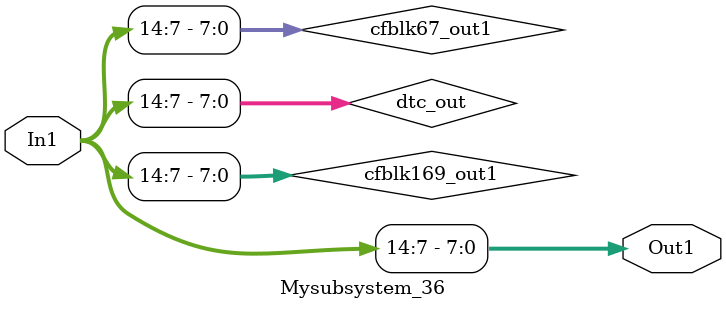
<source format=v>



`timescale 1 ns / 1 ns

module Mysubsystem_36
          (In1,
           Out1);


  input   [15:0] In1;  // ufix16_En7
  output  [7:0] Out1;  // uint8


  wire [7:0] cfblk169_out1;  // uint8
  wire [7:0] dtc_out;  // ufix8
  wire [7:0] cfblk67_out1;  // uint8


  assign cfblk169_out1 = In1[14:7];



  assign dtc_out = cfblk169_out1;



  assign cfblk67_out1 = dtc_out;



  assign Out1 = cfblk67_out1;

endmodule  // Mysubsystem_36


</source>
